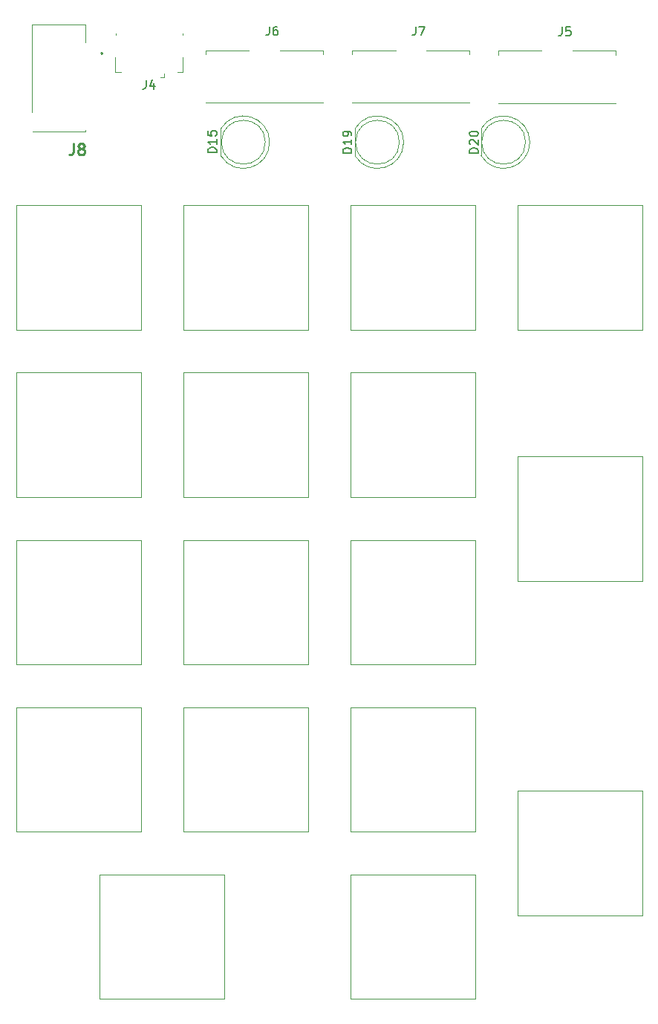
<source format=gto>
G04 #@! TF.GenerationSoftware,KiCad,Pcbnew,(6.0.6)*
G04 #@! TF.CreationDate,2022-09-12T00:25:57+02:00*
G04 #@! TF.ProjectId,keyboard,6b657962-6f61-4726-942e-6b696361645f,v1.0*
G04 #@! TF.SameCoordinates,Original*
G04 #@! TF.FileFunction,Legend,Top*
G04 #@! TF.FilePolarity,Positive*
%FSLAX46Y46*%
G04 Gerber Fmt 4.6, Leading zero omitted, Abs format (unit mm)*
G04 Created by KiCad (PCBNEW (6.0.6)) date 2022-09-12 00:25:57*
%MOMM*%
%LPD*%
G01*
G04 APERTURE LIST*
%ADD10C,0.150000*%
%ADD11C,0.254000*%
%ADD12C,0.120000*%
%ADD13C,0.200000*%
%ADD14C,0.100000*%
%ADD15C,4.000000*%
%ADD16C,1.750000*%
%ADD17C,2.500000*%
%ADD18R,1.800000X1.800000*%
%ADD19C,1.800000*%
%ADD20C,3.200000*%
%ADD21R,1.300000X1.300000*%
%ADD22C,1.300000*%
%ADD23C,3.000000*%
%ADD24C,0.550000*%
%ADD25R,0.400000X1.400000*%
%ADD26O,1.050000X1.900000*%
%ADD27R,1.150000X1.450000*%
%ADD28R,1.750000X1.900000*%
%ADD29R,2.500000X1.200000*%
%ADD30R,1.700000X1.700000*%
%ADD31O,1.700000X1.700000*%
G04 APERTURE END LIST*
D10*
X139593580Y-49169485D02*
X138593580Y-49169485D01*
X138593580Y-48931390D01*
X138641200Y-48788533D01*
X138736438Y-48693295D01*
X138831676Y-48645676D01*
X139022152Y-48598057D01*
X139165009Y-48598057D01*
X139355485Y-48645676D01*
X139450723Y-48693295D01*
X139545961Y-48788533D01*
X139593580Y-48931390D01*
X139593580Y-49169485D01*
X139593580Y-47645676D02*
X139593580Y-48217104D01*
X139593580Y-47931390D02*
X138593580Y-47931390D01*
X138736438Y-48026628D01*
X138831676Y-48121866D01*
X138879295Y-48217104D01*
X138593580Y-46740914D02*
X138593580Y-47217104D01*
X139069771Y-47264723D01*
X139022152Y-47217104D01*
X138974533Y-47121866D01*
X138974533Y-46883771D01*
X139022152Y-46788533D01*
X139069771Y-46740914D01*
X139165009Y-46693295D01*
X139403104Y-46693295D01*
X139498342Y-46740914D01*
X139545961Y-46788533D01*
X139593580Y-46883771D01*
X139593580Y-47121866D01*
X139545961Y-47217104D01*
X139498342Y-47264723D01*
X169413180Y-49220285D02*
X168413180Y-49220285D01*
X168413180Y-48982190D01*
X168460800Y-48839333D01*
X168556038Y-48744095D01*
X168651276Y-48696476D01*
X168841752Y-48648857D01*
X168984609Y-48648857D01*
X169175085Y-48696476D01*
X169270323Y-48744095D01*
X169365561Y-48839333D01*
X169413180Y-48982190D01*
X169413180Y-49220285D01*
X168508419Y-48267904D02*
X168460800Y-48220285D01*
X168413180Y-48125047D01*
X168413180Y-47886952D01*
X168460800Y-47791714D01*
X168508419Y-47744095D01*
X168603657Y-47696476D01*
X168698895Y-47696476D01*
X168841752Y-47744095D01*
X169413180Y-48315523D01*
X169413180Y-47696476D01*
X168413180Y-47077428D02*
X168413180Y-46982190D01*
X168460800Y-46886952D01*
X168508419Y-46839333D01*
X168603657Y-46791714D01*
X168794133Y-46744095D01*
X169032228Y-46744095D01*
X169222704Y-46791714D01*
X169317942Y-46839333D01*
X169365561Y-46886952D01*
X169413180Y-46982190D01*
X169413180Y-47077428D01*
X169365561Y-47172666D01*
X169317942Y-47220285D01*
X169222704Y-47267904D01*
X169032228Y-47315523D01*
X168794133Y-47315523D01*
X168603657Y-47267904D01*
X168508419Y-47220285D01*
X168460800Y-47172666D01*
X168413180Y-47077428D01*
X178971066Y-34871180D02*
X178971066Y-35585466D01*
X178923447Y-35728323D01*
X178828209Y-35823561D01*
X178685352Y-35871180D01*
X178590114Y-35871180D01*
X179923447Y-34871180D02*
X179447257Y-34871180D01*
X179399638Y-35347371D01*
X179447257Y-35299752D01*
X179542495Y-35252133D01*
X179780590Y-35252133D01*
X179875828Y-35299752D01*
X179923447Y-35347371D01*
X179971066Y-35442609D01*
X179971066Y-35680704D01*
X179923447Y-35775942D01*
X179875828Y-35823561D01*
X179780590Y-35871180D01*
X179542495Y-35871180D01*
X179447257Y-35823561D01*
X179399638Y-35775942D01*
X131563266Y-40934780D02*
X131563266Y-41649066D01*
X131515647Y-41791923D01*
X131420409Y-41887161D01*
X131277552Y-41934780D01*
X131182314Y-41934780D01*
X132468028Y-41268114D02*
X132468028Y-41934780D01*
X132229933Y-40887161D02*
X131991838Y-41601447D01*
X132610885Y-41601447D01*
X145600666Y-34817780D02*
X145600666Y-35532066D01*
X145553047Y-35674923D01*
X145457809Y-35770161D01*
X145314952Y-35817780D01*
X145219714Y-35817780D01*
X146505428Y-34817780D02*
X146314952Y-34817780D01*
X146219714Y-34865400D01*
X146172095Y-34913019D01*
X146076857Y-35055876D01*
X146029238Y-35246352D01*
X146029238Y-35627304D01*
X146076857Y-35722542D01*
X146124476Y-35770161D01*
X146219714Y-35817780D01*
X146410190Y-35817780D01*
X146505428Y-35770161D01*
X146553047Y-35722542D01*
X146600666Y-35627304D01*
X146600666Y-35389209D01*
X146553047Y-35293971D01*
X146505428Y-35246352D01*
X146410190Y-35198733D01*
X146219714Y-35198733D01*
X146124476Y-35246352D01*
X146076857Y-35293971D01*
X146029238Y-35389209D01*
D11*
X123274666Y-48174123D02*
X123274666Y-49081266D01*
X123214190Y-49262695D01*
X123093238Y-49383647D01*
X122911809Y-49444123D01*
X122790857Y-49444123D01*
X124060857Y-48718409D02*
X123939904Y-48657933D01*
X123879428Y-48597457D01*
X123818952Y-48476504D01*
X123818952Y-48416028D01*
X123879428Y-48295076D01*
X123939904Y-48234600D01*
X124060857Y-48174123D01*
X124302761Y-48174123D01*
X124423714Y-48234600D01*
X124484190Y-48295076D01*
X124544666Y-48416028D01*
X124544666Y-48476504D01*
X124484190Y-48597457D01*
X124423714Y-48657933D01*
X124302761Y-48718409D01*
X124060857Y-48718409D01*
X123939904Y-48778885D01*
X123879428Y-48839361D01*
X123818952Y-48960314D01*
X123818952Y-49202219D01*
X123879428Y-49323171D01*
X123939904Y-49383647D01*
X124060857Y-49444123D01*
X124302761Y-49444123D01*
X124423714Y-49383647D01*
X124484190Y-49323171D01*
X124544666Y-49202219D01*
X124544666Y-48960314D01*
X124484190Y-48839361D01*
X124423714Y-48778885D01*
X124302761Y-48718409D01*
D10*
X162313866Y-34817780D02*
X162313866Y-35532066D01*
X162266247Y-35674923D01*
X162171009Y-35770161D01*
X162028152Y-35817780D01*
X161932914Y-35817780D01*
X162694819Y-34817780D02*
X163361485Y-34817780D01*
X162932914Y-35817780D01*
X154985980Y-49220285D02*
X153985980Y-49220285D01*
X153985980Y-48982190D01*
X154033600Y-48839333D01*
X154128838Y-48744095D01*
X154224076Y-48696476D01*
X154414552Y-48648857D01*
X154557409Y-48648857D01*
X154747885Y-48696476D01*
X154843123Y-48744095D01*
X154938361Y-48839333D01*
X154985980Y-48982190D01*
X154985980Y-49220285D01*
X154985980Y-47696476D02*
X154985980Y-48267904D01*
X154985980Y-47982190D02*
X153985980Y-47982190D01*
X154128838Y-48077428D01*
X154224076Y-48172666D01*
X154271695Y-48267904D01*
X154985980Y-47220285D02*
X154985980Y-47029809D01*
X154938361Y-46934571D01*
X154890742Y-46886952D01*
X154747885Y-46791714D01*
X154557409Y-46744095D01*
X154176457Y-46744095D01*
X154081219Y-46791714D01*
X154033600Y-46839333D01*
X153985980Y-46934571D01*
X153985980Y-47125047D01*
X154033600Y-47220285D01*
X154081219Y-47267904D01*
X154176457Y-47315523D01*
X154414552Y-47315523D01*
X154509790Y-47267904D01*
X154557409Y-47220285D01*
X154605028Y-47125047D01*
X154605028Y-46934571D01*
X154557409Y-46839333D01*
X154509790Y-46791714D01*
X154414552Y-46744095D01*
D12*
X130950400Y-107531600D02*
X130950400Y-93331600D01*
X130950400Y-93331600D02*
X116750400Y-93331600D01*
X116750400Y-93331600D02*
X116750400Y-107531600D01*
X116750400Y-107531600D02*
X130950400Y-107531600D01*
X140086400Y-46455000D02*
X140086400Y-49545000D01*
X140086400Y-49544830D02*
G75*
G03*
X145636400Y-47999538I2560000J1544830D01*
G01*
X145636400Y-48000462D02*
G75*
G03*
X140086400Y-46455170I-2990000J462D01*
G01*
X145146400Y-48000000D02*
G75*
G03*
X145146400Y-48000000I-2500000J0D01*
G01*
X130950400Y-55180800D02*
X116750400Y-55180800D01*
X130950400Y-69380800D02*
X130950400Y-55180800D01*
X116750400Y-69380800D02*
X130950400Y-69380800D01*
X116750400Y-55180800D02*
X116750400Y-69380800D01*
X154850400Y-145631600D02*
X169050400Y-145631600D01*
X154850400Y-131431600D02*
X154850400Y-145631600D01*
X169050400Y-131431600D02*
X154850400Y-131431600D01*
X169050400Y-145631600D02*
X169050400Y-131431600D01*
X169753600Y-46455000D02*
X169753600Y-49545000D01*
X169753600Y-49544830D02*
G75*
G03*
X175303600Y-47999538I2560000J1544830D01*
G01*
X175303600Y-48000462D02*
G75*
G03*
X169753600Y-46455170I-2990000J462D01*
G01*
X174813600Y-48000000D02*
G75*
G03*
X174813600Y-48000000I-2500000J0D01*
G01*
X169050400Y-74230800D02*
X154850400Y-74230800D01*
X154850400Y-88430800D02*
X169050400Y-88430800D01*
X154850400Y-74230800D02*
X154850400Y-88430800D01*
X169050400Y-88430800D02*
X169050400Y-74230800D01*
X116750400Y-74230800D02*
X116750400Y-88430800D01*
X116750400Y-88430800D02*
X130950400Y-88430800D01*
X130950400Y-88430800D02*
X130950400Y-74230800D01*
X130950400Y-74230800D02*
X116750400Y-74230800D01*
X140450000Y-145631600D02*
X140450000Y-131431600D01*
X126250000Y-145631600D02*
X140450000Y-145631600D01*
X126250000Y-131431600D02*
X126250000Y-145631600D01*
X140450000Y-131431600D02*
X126250000Y-131431600D01*
X169050400Y-107531600D02*
X169050400Y-93331600D01*
X154850400Y-93331600D02*
X154850400Y-107531600D01*
X154850400Y-107531600D02*
X169050400Y-107531600D01*
X169050400Y-93331600D02*
X154850400Y-93331600D01*
X171704400Y-37568800D02*
X176654400Y-37568800D01*
X185104400Y-37568800D02*
X185104400Y-38023800D01*
X171704400Y-37568800D02*
X171704400Y-38023800D01*
X185104400Y-43568800D02*
X171704400Y-43568800D01*
X185104400Y-37568800D02*
X180154400Y-37568800D01*
X169050400Y-126581600D02*
X169050400Y-112381600D01*
X169050400Y-112381600D02*
X154850400Y-112381600D01*
X154850400Y-126581600D02*
X169050400Y-126581600D01*
X154850400Y-112381600D02*
X154850400Y-126581600D01*
X150000400Y-88430800D02*
X150000400Y-74230800D01*
X135800400Y-74230800D02*
X135800400Y-88430800D01*
X135800400Y-88430800D02*
X150000400Y-88430800D01*
X150000400Y-74230800D02*
X135800400Y-74230800D01*
X188100400Y-55180800D02*
X173900400Y-55180800D01*
X173900400Y-69380800D02*
X188100400Y-69380800D01*
X173900400Y-55180800D02*
X173900400Y-69380800D01*
X188100400Y-69380800D02*
X188100400Y-55180800D01*
X173900400Y-121881200D02*
X173900400Y-136081200D01*
X188100400Y-121881200D02*
X173900400Y-121881200D01*
X173900400Y-136081200D02*
X188100400Y-136081200D01*
X188100400Y-136081200D02*
X188100400Y-121881200D01*
X128086600Y-35592400D02*
X128086600Y-35802400D01*
X133656600Y-40592400D02*
X133656600Y-40202400D01*
X135765859Y-38302399D02*
X135765859Y-40032399D01*
X128034749Y-40027214D02*
X128684749Y-40027214D01*
X128034749Y-38297214D02*
X128034749Y-40027214D01*
X133656600Y-40592400D02*
X133206600Y-40592400D01*
X135706600Y-35592400D02*
X135706600Y-35802400D01*
X135765859Y-40032399D02*
X135105859Y-40032399D01*
X135800400Y-93331600D02*
X135800400Y-107531600D01*
X150000400Y-107531600D02*
X150000400Y-93331600D01*
X150000400Y-93331600D02*
X135800400Y-93331600D01*
X135800400Y-107531600D02*
X150000400Y-107531600D01*
X154850400Y-69380800D02*
X169050400Y-69380800D01*
X169050400Y-69380800D02*
X169050400Y-55180800D01*
X169050400Y-55180800D02*
X154850400Y-55180800D01*
X154850400Y-55180800D02*
X154850400Y-69380800D01*
X138334000Y-37515400D02*
X143284000Y-37515400D01*
X151734000Y-37515400D02*
X151734000Y-37970400D01*
X151734000Y-37515400D02*
X146784000Y-37515400D01*
X151734000Y-43515400D02*
X138334000Y-43515400D01*
X138334000Y-37515400D02*
X138334000Y-37970400D01*
D13*
X126515200Y-37790800D02*
X126515200Y-37790800D01*
D14*
X124665200Y-46790800D02*
X118615200Y-46790800D01*
X124665200Y-46590800D02*
X124665200Y-46790800D01*
X118565200Y-34590800D02*
X118565200Y-44590800D01*
X124665200Y-36590800D02*
X124615200Y-34590800D01*
D13*
X126515200Y-37990800D02*
X126515200Y-37990800D01*
D14*
X124615200Y-34590800D02*
X118615200Y-34590800D01*
X118615200Y-34590800D02*
X118565200Y-34590800D01*
D13*
X126515200Y-37990800D02*
G75*
G03*
X126515200Y-37790800I0J100000D01*
G01*
X126515200Y-37790800D02*
G75*
G03*
X126515200Y-37990800I0J-100000D01*
G01*
D12*
X168447200Y-37515400D02*
X168447200Y-37970400D01*
X168447200Y-37515400D02*
X163497200Y-37515400D01*
X168447200Y-43515400D02*
X155047200Y-43515400D01*
X155047200Y-37515400D02*
X159997200Y-37515400D01*
X155047200Y-37515400D02*
X155047200Y-37970400D01*
X116750400Y-112381600D02*
X116750400Y-126581600D01*
X130950400Y-112381600D02*
X116750400Y-112381600D01*
X116750400Y-126581600D02*
X130950400Y-126581600D01*
X130950400Y-126581600D02*
X130950400Y-112381600D01*
X135800400Y-112381600D02*
X135800400Y-126581600D01*
X150000400Y-112381600D02*
X135800400Y-112381600D01*
X150000400Y-126581600D02*
X150000400Y-112381600D01*
X135800400Y-126581600D02*
X150000400Y-126581600D01*
X173900400Y-83781200D02*
X173900400Y-97981200D01*
X188100400Y-83781200D02*
X173900400Y-83781200D01*
X188100400Y-97981200D02*
X188100400Y-83781200D01*
X173900400Y-97981200D02*
X188100400Y-97981200D01*
X135800400Y-55180800D02*
X135800400Y-69380800D01*
X150000400Y-55180800D02*
X135800400Y-55180800D01*
X135800400Y-69380800D02*
X150000400Y-69380800D01*
X150000400Y-69380800D02*
X150000400Y-55180800D01*
X155372200Y-46455000D02*
X155372200Y-49545000D01*
X155372200Y-49544830D02*
G75*
G03*
X160922200Y-47999538I2560000J1544830D01*
G01*
X160922200Y-48000462D02*
G75*
G03*
X155372200Y-46455170I-2990000J462D01*
G01*
X160432200Y-48000000D02*
G75*
G03*
X160432200Y-48000000I-2500000J0D01*
G01*
%LPC*%
D15*
X123850400Y-100431600D03*
D16*
X128930400Y-100431600D03*
X118770400Y-100431600D03*
D17*
X120040400Y-97891600D03*
X126390400Y-95351600D03*
D18*
X141376400Y-48000000D03*
D19*
X143916400Y-48000000D03*
D16*
X118770400Y-62280800D03*
D15*
X123850400Y-62280800D03*
D16*
X128930400Y-62280800D03*
D17*
X120040400Y-59740800D03*
X126390400Y-57200800D03*
D16*
X156870400Y-138531600D03*
X167030400Y-138531600D03*
D15*
X161950400Y-138531600D03*
D17*
X158140400Y-135991600D03*
X164490400Y-133451600D03*
D20*
X186000000Y-51000000D03*
D18*
X171043600Y-48000000D03*
D19*
X173583600Y-48000000D03*
D16*
X156870400Y-81330800D03*
X167030400Y-81330800D03*
D15*
X161950400Y-81330800D03*
D17*
X158140400Y-78790800D03*
X164490400Y-76250800D03*
D20*
X119000000Y-51500000D03*
X186000000Y-143000000D03*
D16*
X118770400Y-81330800D03*
X128930400Y-81330800D03*
D15*
X123850400Y-81330800D03*
D17*
X120040400Y-78790800D03*
X126390400Y-76250800D03*
D20*
X119000000Y-143000000D03*
D15*
X133350000Y-138531600D03*
D16*
X138430000Y-138531600D03*
X128270000Y-138531600D03*
D17*
X129540000Y-135991600D03*
X135890000Y-133451600D03*
D16*
X167030400Y-100431600D03*
X156870400Y-100431600D03*
D15*
X161950400Y-100431600D03*
D17*
X158140400Y-97891600D03*
X164490400Y-95351600D03*
D21*
X174904400Y-42468800D03*
D22*
X177404400Y-42468800D03*
X179404400Y-42468800D03*
X181904400Y-42468800D03*
D23*
X171834400Y-40068800D03*
X184974400Y-40068800D03*
D16*
X156870400Y-119481600D03*
X167030400Y-119481600D03*
D15*
X161950400Y-119481600D03*
D17*
X158140400Y-116941600D03*
X164490400Y-114401600D03*
D15*
X142900400Y-81330800D03*
D16*
X147980400Y-81330800D03*
X137820400Y-81330800D03*
D17*
X139090400Y-78790800D03*
X145440400Y-76250800D03*
D16*
X186080400Y-62280800D03*
X175920400Y-62280800D03*
D15*
X181000400Y-62280800D03*
D17*
X177190400Y-59740800D03*
X183540400Y-57200800D03*
D16*
X175920400Y-128981200D03*
X186080400Y-128981200D03*
D15*
X181000400Y-128981200D03*
D17*
X177190400Y-126441200D03*
X183540400Y-123901200D03*
D24*
X133821600Y-39132400D03*
X129971600Y-39132400D03*
D25*
X133196600Y-39632400D03*
X132546600Y-39632400D03*
X131896600Y-39632400D03*
X131246600Y-39632400D03*
X130596600Y-39632400D03*
D26*
X129071600Y-36982400D03*
D27*
X128696600Y-39212400D03*
X135096600Y-39212400D03*
D28*
X130771600Y-36982400D03*
D26*
X134721600Y-36982400D03*
D28*
X133021600Y-36982400D03*
D16*
X137820400Y-100431600D03*
X147980400Y-100431600D03*
D15*
X142900400Y-100431600D03*
D17*
X139090400Y-97891600D03*
X145440400Y-95351600D03*
D15*
X161950400Y-62280800D03*
D16*
X167030400Y-62280800D03*
X156870400Y-62280800D03*
D17*
X158140400Y-59740800D03*
X164490400Y-57200800D03*
D21*
X141534000Y-42415400D03*
D22*
X144034000Y-42415400D03*
X146034000Y-42415400D03*
X148534000Y-42415400D03*
D23*
X138464000Y-40015400D03*
X151604000Y-40015400D03*
D22*
X121615200Y-36190800D03*
X121615200Y-43190800D03*
D29*
X124865200Y-44890800D03*
X124865200Y-40890800D03*
X124865200Y-37890800D03*
X118365200Y-45890800D03*
D21*
X158247200Y-42415400D03*
D22*
X160747200Y-42415400D03*
X162747200Y-42415400D03*
X165247200Y-42415400D03*
D23*
X155177200Y-40015400D03*
X168317200Y-40015400D03*
D15*
X123850400Y-119481600D03*
D16*
X128930400Y-119481600D03*
X118770400Y-119481600D03*
D17*
X120040400Y-116941600D03*
X126390400Y-114401600D03*
D16*
X137820400Y-119481600D03*
X147980400Y-119481600D03*
D15*
X142900400Y-119481600D03*
D17*
X139090400Y-116941600D03*
X145440400Y-114401600D03*
D16*
X186080400Y-90881200D03*
X175920400Y-90881200D03*
D15*
X181000400Y-90881200D03*
D17*
X177190400Y-88341200D03*
X183540400Y-85801200D03*
D16*
X137820400Y-62280800D03*
X147980400Y-62280800D03*
D15*
X142900400Y-62280800D03*
D17*
X139090400Y-59740800D03*
X145440400Y-57200800D03*
D18*
X156662200Y-48000000D03*
D19*
X159202200Y-48000000D03*
D30*
X179730400Y-79136400D03*
D31*
X179730400Y-76596400D03*
X179730400Y-74056400D03*
X179730400Y-71516400D03*
M02*

</source>
